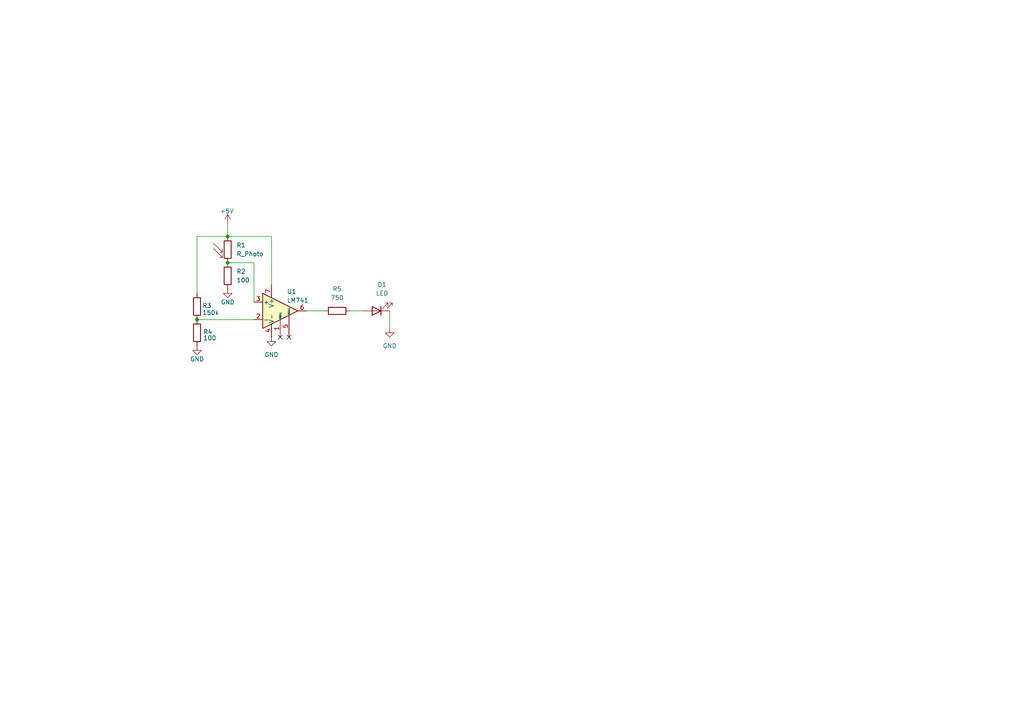
<source format=kicad_sch>
(kicad_sch (version 20250114) (generator "eeschema") (generator_version "9.0")
  (paper "A4")
  (lib_symbols
    (symbol "Amplifier_Operational:LM741" (pin_names (offset 0.127))
      (property "Reference" "U" (at 0 6.35 0))
      (property "Value" "LM741" (at 0 3.81 0))
      (symbol "LM741_0_1"
        (polyline (pts (xy -5.08 5.08) (xy 5.08 0) (xy -5.08 -5.08) (xy -5.08 5.08)) (stroke (width 0.254)) (fill (type background)))
      )
      (symbol "LM741_1_1"
        (pin input line (at -7.62 2.54 0) (length 2.54) (name "+") (number "3"))
        (pin input line (at -7.62 -2.54 0) (length 2.54) (name "-") (number "2"))
        (pin power_in line (at -2.54 7.62 270) (length 3.81) (name "V+") (number "7"))
        (pin power_in line (at -2.54 -7.62 90) (length 3.81) (name "V-") (number "4"))
        (pin no_connect line (at 0 2.54 270) (length 2.54) (hide yes) (name "NC") (number "8"))
        (pin input line (at 0 -7.62 90) (length 5.08) (name "NULL") (number "1"))
        (pin input line (at 2.54 -7.62 90) (length 6.35) (name "NULL") (number "5"))
        (pin output line (at 7.62 0 180) (length 2.54) (name "~") (number "6"))
      )
    )
    (symbol "Device:LED" (pin_numbers (hide yes)) (pin_names (offset 1.016) (hide yes))
      (property "Reference" "D" (at 0 2.54 0))
      (property "Value" "LED" (at 0 -2.54 0))
      (symbol "LED_0_1"
        (polyline (pts (xy -3.048 -0.762) (xy -4.572 -2.286) (xy -3.81 -2.286) (xy -4.572 -2.286) (xy -4.572 -1.524)))
        (polyline (pts (xy -1.778 -0.762) (xy -3.302 -2.286) (xy -2.54 -2.286) (xy -3.302 -2.286) (xy -3.302 -1.524)))
        (polyline (pts (xy -1.27 0) (xy 1.27 0)))
        (polyline (pts (xy -1.27 -1.27) (xy -1.27 1.27)) (stroke (width 0.254)))
        (polyline (pts (xy 1.27 -1.27) (xy 1.27 1.27) (xy -1.27 0) (xy 1.27 -1.27)) (stroke (width 0.254)))
      )
      (symbol "LED_1_1"
        (pin passive line (at -3.81 0 0) (length 2.54) (name "K") (number "1"))
        (pin passive line (at 3.81 0 180) (length 2.54) (name "A") (number "2"))
      )
    )
    (symbol "Device:R" (pin_numbers (hide yes)) (pin_names (offset 0))
      (property "Reference" "R" (at 2.032 0 90))
      (property "Value" "R" (at 0 0 90))
      (symbol "R_0_1"
        (rectangle (start -1.016 -2.54) (end 1.016 2.54) (stroke (width 0.254)))
      )
      (symbol "R_1_1"
        (pin passive line (at 0 3.81 270) (length 1.27) (name "~") (number "1"))
        (pin passive line (at 0 -3.81 90) (length 1.27) (name "~") (number "2"))
      )
    )
    (symbol "Device:R_Photo" (pin_numbers (hide yes)) (pin_names (offset 0))
      (property "Reference" "R" (at 1.27 1.27 0))
      (property "Value" "R_Photo" (at 1.27 0 0))
      (symbol "R_Photo_0_1"
        (polyline (pts (xy -1.524 -0.762) (xy -4.064 1.778)))
        (polyline (pts (xy -1.524 -0.762) (xy -2.286 -0.762)))
        (polyline (pts (xy -1.524 -0.762) (xy -1.524 0)))
        (polyline (pts (xy -1.524 -2.286) (xy -4.064 0.254)))
        (polyline (pts (xy -1.524 -2.286) (xy -2.286 -2.286)))
        (polyline (pts (xy -1.524 -2.286) (xy -1.524 -1.524)))
        (rectangle (start -1.016 2.54) (end 1.016 -2.54) (stroke (width 0.254)))
      )
      (symbol "R_Photo_1_1"
        (pin passive line (at 0 3.81 270) (length 1.27) (name "~") (number "1"))
        (pin passive line (at 0 -3.81 90) (length 1.27) (name "~") (number "2"))
      )
    )
    (symbol "power:+5V" (power) (pin_numbers (hide yes)) (pin_names (offset 0) (hide yes))
      (property "Value" "+5V" (at 0 3.556 0))
      (symbol "+5V_0_1"
        (polyline (pts (xy -0.762 1.27) (xy 0 2.54)))
        (polyline (pts (xy 0 2.54) (xy 0.762 1.27)))
        (polyline (pts (xy 0 0) (xy 0 2.54)))
      )
      (symbol "+5V_1_1"
        (pin power_in line (at 0 0 90) (length 0) (name "~") (number "1"))
      )
    )
    (symbol "power:GND" (power) (pin_numbers (hide yes)) (pin_names (offset 0) (hide yes))
      (property "Value" "GND" (at 0 -3.81 0))
      (symbol "GND_0_1"
        (polyline (pts (xy 0 0) (xy 0 -1.27) (xy 1.27 -1.27) (xy 0 -2.54) (xy -1.27 -1.27) (xy 0 -1.27)))
      )
      (symbol "GND_1_1"
        (pin power_in line (at 0 0 270) (length 0) (name "~") (number "1"))
      )
    )
  )
  (junction (at 66.04 68.58))
  (junction (at 66.04 76.2))
  (junction (at 57.15 92.71))
  (no_connect (at 83.82 97.79))
  (no_connect (at 81.28 97.79))
  (wire (pts (xy 57.15 85.09) (xy 57.15 68.58)))
  (wire (pts (xy 57.15 92.71) (xy 73.66 92.71)))
  (wire (pts (xy 66.04 76.2) (xy 73.66 76.2)))
  (wire (pts (xy 73.66 76.2) (xy 73.66 87.63)))
  (wire (pts (xy 93.98 90.17) (xy 88.9 90.17)))
  (wire (pts (xy 57.15 68.58) (xy 66.04 68.58)))
  (wire (pts (xy 113.03 90.17) (xy 113.03 95.25)))
  (wire (pts (xy 101.6 90.17) (xy 105.41 90.17)))
  (wire (pts (xy 66.04 68.58) (xy 78.74 68.58)))
  (wire (pts (xy 66.04 64.77) (xy 66.04 68.58)))
  (wire (pts (xy 78.74 68.58) (xy 78.74 82.55)))
  (symbol (lib_id "Device:R") (at 97.79 90.17 90) (unit 1)
    (property "Reference" "R5" (at 97.79 83.82 90))
    (property "Value" "750" (at 97.79 86.36 90))
    (property "Description" "Resistor" (effects (hide yes)))
  )
  (symbol (lib_id "Amplifier_Operational:LM741") (at 81.28 90.17 0) (unit 1)
    (property "Reference" "U1" (at 84.582 84.582 0))
    (property "Value" "LM741" (at 86.36 87.122 0))
    (property "Datasheet" "http://www.ti.com/lit/ds/symlink/lm741.pdf" (effects (hide yes)))
    (property "Description" "Operational Amplifier, DIP-8/TO-99-8" (effects (hide yes)))
  )
  (symbol (lib_id "power:+5V") (at 66.04 64.77 0) (unit 1)
    (property "Reference" "#PWR01" (effects (hide yes)))
    (property "Value" "+5V" (at 65.786 61.214 0))
    (property "Description" "Power symbol creates a global label with name \"+5V\"" (effects (hide yes)))
  )
  (symbol (lib_id "power:GND") (at 66.04 83.82 0) (unit 1)
    (property "Reference" "#PWR04" (effects (hide yes)))
    (property "Value" "GND" (at 66.04 87.63 0))
    (property "Description" "Power symbol creates a global label with name \"GND\" , ground" (effects (hide yes)))
  )
  (symbol (lib_id "Device:R_Photo") (at 66.04 72.39 0) (unit 1)
    (property "Reference" "R1" (at 68.58 71.1199 0) (effects (justify left)))
    (property "Value" "R_Photo" (at 68.58 73.6599 0) (effects (justify left)))
    (property "Description" "Photoresistor" (effects (hide yes)))
  )
  (symbol (lib_id "Device:R") (at 57.15 88.9 0) (unit 1)
    (property "Reference" "R3" (at 58.674 88.646 0) (effects (justify left)))
    (property "Value" "150k" (at 58.674 90.678 0) (effects (justify left)))
    (property "Description" "Resistor" (effects (hide yes)))
  )
  (symbol (lib_id "power:GND") (at 78.74 97.79 0) (unit 1)
    (property "Reference" "#PWR02" (effects (hide yes)))
    (property "Value" "GND" (at 78.74 102.87 0))
    (property "Description" "Power symbol creates a global label with name \"GND\" , ground" (effects (hide yes)))
  )
  (symbol (lib_id "Device:R") (at 57.15 96.52 0) (unit 1)
    (property "Reference" "R4" (at 58.928 96.266 0) (effects (justify left)))
    (property "Value" "100" (at 58.928 98.044 0) (effects (justify left)))
    (property "Description" "Resistor" (effects (hide yes)))
  )
  (symbol (lib_id "power:GND") (at 113.03 95.25 0) (unit 1)
    (property "Reference" "#PWR03" (effects (hide yes)))
    (property "Value" "GND" (at 113.03 100.33 0))
    (property "Description" "Power symbol creates a global label with name \"GND\" , ground" (effects (hide yes)))
  )
  (symbol (lib_id "power:GND") (at 57.15 100.33 0) (unit 1)
    (property "Reference" "#PWR05" (effects (hide yes)))
    (property "Value" "GND" (at 57.15 104.14 0))
    (property "Description" "Power symbol creates a global label with name \"GND\" , ground" (effects (hide yes)))
  )
  (symbol (lib_id "Device:LED") (at 109.22 90.17 180) (unit 1)
    (property "Reference" "D1" (at 110.8075 82.55 0))
    (property "Value" "LED" (at 110.8075 85.09 0))
    (property "Description" "Light emitting diode" (effects (hide yes)))
    (property "Sim.Pins" "1=K 2=A" (effects (hide yes)))
  )
  (symbol (lib_id "Device:R") (at 66.04 80.01 0) (unit 1)
    (property "Reference" "R2" (at 68.58 78.7399 0) (effects (justify left)))
    (property "Value" "100" (at 68.58 81.2799 0) (effects (justify left)))
    (property "Description" "Resistor" (effects (hide yes)))
  )
)
</source>
